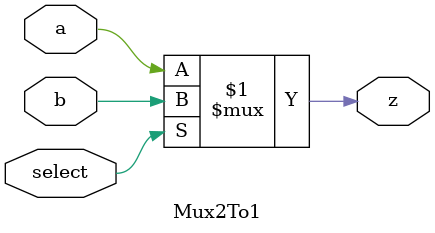
<source format=sv>
`timescale 1ns / 1ps


module Mux2To1(input logic a,b,select,
               output logic z);
               
               assign z = select ? b : a;
               
endmodule

</source>
